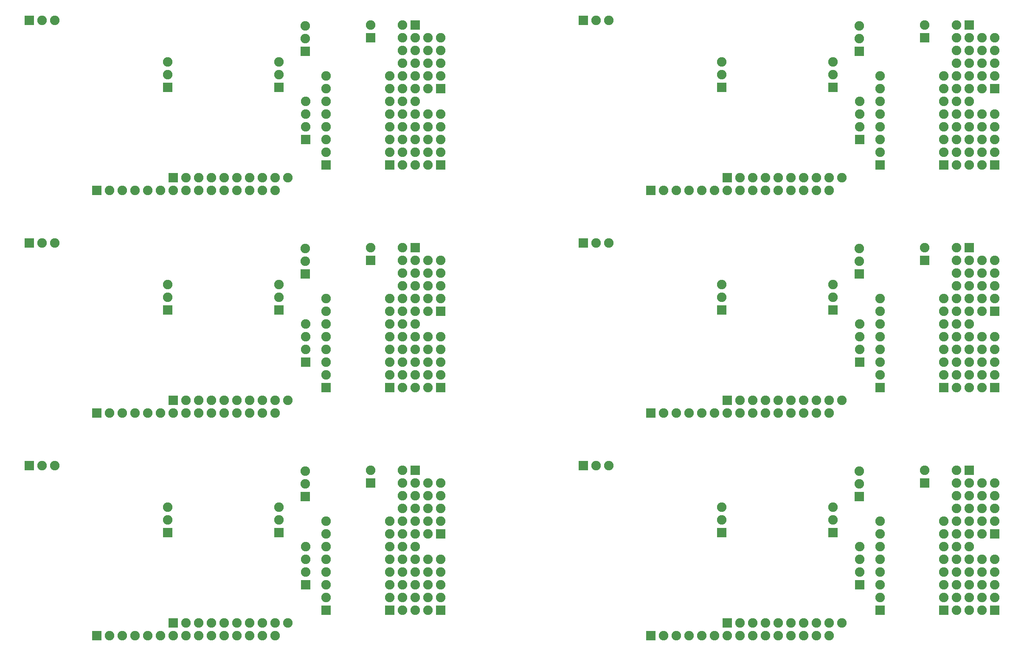
<source format=gbr>
G04 DipTrace 2.4.0.2*
%INBottomMask.gbr*%
%MOIN*%
%ADD62C,0.0749*%
%ADD64R,0.0749X0.0749*%
%FSLAX44Y44*%
G04*
G70*
G90*
G75*
G01*
%LNBotMask*%
%LPD*%
D64*
X38000Y14000D3*
D62*
X37000D3*
X38000Y13000D3*
X37000D3*
X38000Y12000D3*
X37000D3*
X38000Y11000D3*
X37000D3*
X38000Y10000D3*
X37000D3*
X38000Y9000D3*
X37000D3*
X38000Y8000D3*
X37000D3*
X38000Y7000D3*
X37000D3*
X38000Y6000D3*
X37000D3*
X38000Y5000D3*
X37000D3*
X38000Y4000D3*
X37000D3*
X38000Y3000D3*
X37000D3*
D64*
X19000Y2000D3*
D62*
X20000D3*
X21000D3*
X22000D3*
X23000D3*
X24000D3*
X25000D3*
X26000D3*
X27000D3*
X28000D3*
D64*
X40000Y3000D3*
D62*
X39000D3*
X40000Y4000D3*
X39000D3*
X40000Y5000D3*
X39000D3*
X40000Y6000D3*
X39000D3*
X40000Y7000D3*
X39000D3*
D64*
X40000Y9000D3*
D62*
X39000D3*
X40000Y10000D3*
X39000D3*
X40000Y11000D3*
X39000D3*
X40000Y12000D3*
X39000D3*
X40000Y13000D3*
X39000D3*
D64*
X7681Y14374D3*
D62*
X8681D3*
X9681D3*
D64*
X18549Y9100D3*
D62*
Y10100D3*
Y11100D3*
D64*
X27284Y9096D3*
D62*
Y10096D3*
Y11096D3*
D64*
X34500Y13000D3*
D62*
Y14000D3*
D64*
X29366Y11945D3*
D62*
Y12945D3*
Y13945D3*
D64*
X29378Y5001D3*
D62*
Y6001D3*
Y7001D3*
Y8001D3*
D64*
X36000Y3000D3*
D62*
Y4000D3*
Y5000D3*
Y6000D3*
Y7000D3*
Y8000D3*
Y9000D3*
Y10000D3*
D64*
X31000Y3000D3*
D62*
Y4000D3*
Y5000D3*
Y6000D3*
Y7000D3*
Y8000D3*
Y9000D3*
Y10000D3*
D64*
X13000Y1000D3*
D62*
X14000D3*
X15000D3*
X16000D3*
X17000D3*
X18000D3*
X19000D3*
X20000D3*
X21000D3*
X22000D3*
X23000D3*
X24000D3*
X25000D3*
X26000D3*
X27000D3*
D64*
X81500Y14000D3*
D62*
X80500D3*
X81500Y13000D3*
X80500D3*
X81500Y12000D3*
X80500D3*
X81500Y11000D3*
X80500D3*
X81500Y10000D3*
X80500D3*
X81500Y9000D3*
X80500D3*
X81500Y8000D3*
X80500D3*
X81500Y7000D3*
X80500D3*
X81500Y6000D3*
X80500D3*
X81500Y5000D3*
X80500D3*
X81500Y4000D3*
X80500D3*
X81500Y3000D3*
X80500D3*
D64*
X62500Y2000D3*
D62*
X63500D3*
X64500D3*
X65500D3*
X66500D3*
X67500D3*
X68500D3*
X69500D3*
X70500D3*
X71500D3*
D64*
X83500Y3000D3*
D62*
X82500D3*
X83500Y4000D3*
X82500D3*
X83500Y5000D3*
X82500D3*
X83500Y6000D3*
X82500D3*
X83500Y7000D3*
X82500D3*
D64*
X83500Y9000D3*
D62*
X82500D3*
X83500Y10000D3*
X82500D3*
X83500Y11000D3*
X82500D3*
X83500Y12000D3*
X82500D3*
X83500Y13000D3*
X82500D3*
D64*
X51181Y14374D3*
D62*
X52181D3*
X53181D3*
D64*
X62049Y9100D3*
D62*
Y10100D3*
Y11100D3*
D64*
X70784Y9096D3*
D62*
Y10096D3*
Y11096D3*
D64*
X78000Y13000D3*
D62*
Y14000D3*
D64*
X72866Y11945D3*
D62*
Y12945D3*
Y13945D3*
D64*
X72878Y5001D3*
D62*
Y6001D3*
Y7001D3*
Y8001D3*
D64*
X79500Y3000D3*
D62*
Y4000D3*
Y5000D3*
Y6000D3*
Y7000D3*
Y8000D3*
Y9000D3*
Y10000D3*
D64*
X74500Y3000D3*
D62*
Y4000D3*
Y5000D3*
Y6000D3*
Y7000D3*
Y8000D3*
Y9000D3*
Y10000D3*
D64*
X56500Y1000D3*
D62*
X57500D3*
X58500D3*
X59500D3*
X60500D3*
X61500D3*
X62500D3*
X63500D3*
X64500D3*
X65500D3*
X66500D3*
X67500D3*
X68500D3*
X69500D3*
X70500D3*
D64*
X38000Y31500D3*
D62*
X37000D3*
X38000Y30500D3*
X37000D3*
X38000Y29500D3*
X37000D3*
X38000Y28500D3*
X37000D3*
X38000Y27500D3*
X37000D3*
X38000Y26500D3*
X37000D3*
X38000Y25500D3*
X37000D3*
X38000Y24500D3*
X37000D3*
X38000Y23500D3*
X37000D3*
X38000Y22500D3*
X37000D3*
X38000Y21500D3*
X37000D3*
X38000Y20500D3*
X37000D3*
D64*
X19000Y19500D3*
D62*
X20000D3*
X21000D3*
X22000D3*
X23000D3*
X24000D3*
X25000D3*
X26000D3*
X27000D3*
X28000D3*
D64*
X40000Y20500D3*
D62*
X39000D3*
X40000Y21500D3*
X39000D3*
X40000Y22500D3*
X39000D3*
X40000Y23500D3*
X39000D3*
X40000Y24500D3*
X39000D3*
D64*
X40000Y26500D3*
D62*
X39000D3*
X40000Y27500D3*
X39000D3*
X40000Y28500D3*
X39000D3*
X40000Y29500D3*
X39000D3*
X40000Y30500D3*
X39000D3*
D64*
X7681Y31874D3*
D62*
X8681D3*
X9681D3*
D64*
X18549Y26600D3*
D62*
Y27600D3*
Y28600D3*
D64*
X27284Y26596D3*
D62*
Y27596D3*
Y28596D3*
D64*
X34500Y30500D3*
D62*
Y31500D3*
D64*
X29366Y29445D3*
D62*
Y30445D3*
Y31445D3*
D64*
X29378Y22501D3*
D62*
Y23501D3*
Y24501D3*
Y25501D3*
D64*
X36000Y20500D3*
D62*
Y21500D3*
Y22500D3*
Y23500D3*
Y24500D3*
Y25500D3*
Y26500D3*
Y27500D3*
D64*
X31000Y20500D3*
D62*
Y21500D3*
Y22500D3*
Y23500D3*
Y24500D3*
Y25500D3*
Y26500D3*
Y27500D3*
D64*
X13000Y18500D3*
D62*
X14000D3*
X15000D3*
X16000D3*
X17000D3*
X18000D3*
X19000D3*
X20000D3*
X21000D3*
X22000D3*
X23000D3*
X24000D3*
X25000D3*
X26000D3*
X27000D3*
D64*
X81500Y31500D3*
D62*
X80500D3*
X81500Y30500D3*
X80500D3*
X81500Y29500D3*
X80500D3*
X81500Y28500D3*
X80500D3*
X81500Y27500D3*
X80500D3*
X81500Y26500D3*
X80500D3*
X81500Y25500D3*
X80500D3*
X81500Y24500D3*
X80500D3*
X81500Y23500D3*
X80500D3*
X81500Y22500D3*
X80500D3*
X81500Y21500D3*
X80500D3*
X81500Y20500D3*
X80500D3*
D64*
X62500Y19500D3*
D62*
X63500D3*
X64500D3*
X65500D3*
X66500D3*
X67500D3*
X68500D3*
X69500D3*
X70500D3*
X71500D3*
D64*
X83500Y20500D3*
D62*
X82500D3*
X83500Y21500D3*
X82500D3*
X83500Y22500D3*
X82500D3*
X83500Y23500D3*
X82500D3*
X83500Y24500D3*
X82500D3*
D64*
X83500Y26500D3*
D62*
X82500D3*
X83500Y27500D3*
X82500D3*
X83500Y28500D3*
X82500D3*
X83500Y29500D3*
X82500D3*
X83500Y30500D3*
X82500D3*
D64*
X51181Y31874D3*
D62*
X52181D3*
X53181D3*
D64*
X62049Y26600D3*
D62*
Y27600D3*
Y28600D3*
D64*
X70784Y26596D3*
D62*
Y27596D3*
Y28596D3*
D64*
X78000Y30500D3*
D62*
Y31500D3*
D64*
X72866Y29445D3*
D62*
Y30445D3*
Y31445D3*
D64*
X72878Y22501D3*
D62*
Y23501D3*
Y24501D3*
Y25501D3*
D64*
X79500Y20500D3*
D62*
Y21500D3*
Y22500D3*
Y23500D3*
Y24500D3*
Y25500D3*
Y26500D3*
Y27500D3*
D64*
X74500Y20500D3*
D62*
Y21500D3*
Y22500D3*
Y23500D3*
Y24500D3*
Y25500D3*
Y26500D3*
Y27500D3*
D64*
X56500Y18500D3*
D62*
X57500D3*
X58500D3*
X59500D3*
X60500D3*
X61500D3*
X62500D3*
X63500D3*
X64500D3*
X65500D3*
X66500D3*
X67500D3*
X68500D3*
X69500D3*
X70500D3*
D64*
X38000Y49000D3*
D62*
X37000D3*
X38000Y48000D3*
X37000D3*
X38000Y47000D3*
X37000D3*
X38000Y46000D3*
X37000D3*
X38000Y45000D3*
X37000D3*
X38000Y44000D3*
X37000D3*
X38000Y43000D3*
X37000D3*
X38000Y42000D3*
X37000D3*
X38000Y41000D3*
X37000D3*
X38000Y40000D3*
X37000D3*
X38000Y39000D3*
X37000D3*
X38000Y38000D3*
X37000D3*
D64*
X19000Y37000D3*
D62*
X20000D3*
X21000D3*
X22000D3*
X23000D3*
X24000D3*
X25000D3*
X26000D3*
X27000D3*
X28000D3*
D64*
X40000Y38000D3*
D62*
X39000D3*
X40000Y39000D3*
X39000D3*
X40000Y40000D3*
X39000D3*
X40000Y41000D3*
X39000D3*
X40000Y42000D3*
X39000D3*
D64*
X40000Y44000D3*
D62*
X39000D3*
X40000Y45000D3*
X39000D3*
X40000Y46000D3*
X39000D3*
X40000Y47000D3*
X39000D3*
X40000Y48000D3*
X39000D3*
D64*
X7681Y49374D3*
D62*
X8681D3*
X9681D3*
D64*
X18549Y44100D3*
D62*
Y45100D3*
Y46100D3*
D64*
X27284Y44096D3*
D62*
Y45096D3*
Y46096D3*
D64*
X34500Y48000D3*
D62*
Y49000D3*
D64*
X29366Y46945D3*
D62*
Y47945D3*
Y48945D3*
D64*
X29378Y40001D3*
D62*
Y41001D3*
Y42001D3*
Y43001D3*
D64*
X36000Y38000D3*
D62*
Y39000D3*
Y40000D3*
Y41000D3*
Y42000D3*
Y43000D3*
Y44000D3*
Y45000D3*
D64*
X31000Y38000D3*
D62*
Y39000D3*
Y40000D3*
Y41000D3*
Y42000D3*
Y43000D3*
Y44000D3*
Y45000D3*
D64*
X13000Y36000D3*
D62*
X14000D3*
X15000D3*
X16000D3*
X17000D3*
X18000D3*
X19000D3*
X20000D3*
X21000D3*
X22000D3*
X23000D3*
X24000D3*
X25000D3*
X26000D3*
X27000D3*
D64*
X81500Y49000D3*
D62*
X80500D3*
X81500Y48000D3*
X80500D3*
X81500Y47000D3*
X80500D3*
X81500Y46000D3*
X80500D3*
X81500Y45000D3*
X80500D3*
X81500Y44000D3*
X80500D3*
X81500Y43000D3*
X80500D3*
X81500Y42000D3*
X80500D3*
X81500Y41000D3*
X80500D3*
X81500Y40000D3*
X80500D3*
X81500Y39000D3*
X80500D3*
X81500Y38000D3*
X80500D3*
D64*
X62500Y37000D3*
D62*
X63500D3*
X64500D3*
X65500D3*
X66500D3*
X67500D3*
X68500D3*
X69500D3*
X70500D3*
X71500D3*
D64*
X83500Y38000D3*
D62*
X82500D3*
X83500Y39000D3*
X82500D3*
X83500Y40000D3*
X82500D3*
X83500Y41000D3*
X82500D3*
X83500Y42000D3*
X82500D3*
D64*
X83500Y44000D3*
D62*
X82500D3*
X83500Y45000D3*
X82500D3*
X83500Y46000D3*
X82500D3*
X83500Y47000D3*
X82500D3*
X83500Y48000D3*
X82500D3*
D64*
X51181Y49374D3*
D62*
X52181D3*
X53181D3*
D64*
X62049Y44100D3*
D62*
Y45100D3*
Y46100D3*
D64*
X70784Y44096D3*
D62*
Y45096D3*
Y46096D3*
D64*
X78000Y48000D3*
D62*
Y49000D3*
D64*
X72866Y46945D3*
D62*
Y47945D3*
Y48945D3*
D64*
X72878Y40001D3*
D62*
Y41001D3*
Y42001D3*
Y43001D3*
D64*
X79500Y38000D3*
D62*
Y39000D3*
Y40000D3*
Y41000D3*
Y42000D3*
Y43000D3*
Y44000D3*
Y45000D3*
D64*
X74500Y38000D3*
D62*
Y39000D3*
Y40000D3*
Y41000D3*
Y42000D3*
Y43000D3*
Y44000D3*
Y45000D3*
D64*
X56500Y36000D3*
D62*
X57500D3*
X58500D3*
X59500D3*
X60500D3*
X61500D3*
X62500D3*
X63500D3*
X64500D3*
X65500D3*
X66500D3*
X67500D3*
X68500D3*
X69500D3*
X70500D3*
M02*

</source>
